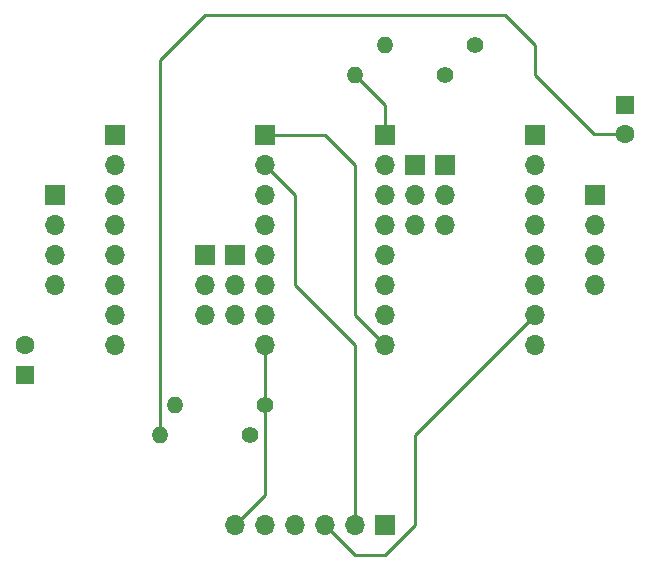
<source format=gbl>
G04 #@! TF.GenerationSoftware,KiCad,Pcbnew,(6.0.2)*
G04 #@! TF.CreationDate,2025-01-10T20:50:02+01:00*
G04 #@! TF.ProjectId,2motor,326d6f74-6f72-42e6-9b69-6361645f7063,rev?*
G04 #@! TF.SameCoordinates,Original*
G04 #@! TF.FileFunction,Copper,L2,Bot*
G04 #@! TF.FilePolarity,Positive*
%FSLAX46Y46*%
G04 Gerber Fmt 4.6, Leading zero omitted, Abs format (unit mm)*
G04 Created by KiCad (PCBNEW (6.0.2)) date 2025-01-10 20:50:02*
%MOMM*%
%LPD*%
G01*
G04 APERTURE LIST*
G04 #@! TA.AperFunction,ComponentPad*
%ADD10R,1.700000X1.700000*%
G04 #@! TD*
G04 #@! TA.AperFunction,ComponentPad*
%ADD11O,1.700000X1.700000*%
G04 #@! TD*
G04 #@! TA.AperFunction,ComponentPad*
%ADD12C,1.400000*%
G04 #@! TD*
G04 #@! TA.AperFunction,ComponentPad*
%ADD13O,1.400000X1.400000*%
G04 #@! TD*
G04 #@! TA.AperFunction,ComponentPad*
%ADD14R,1.600000X1.600000*%
G04 #@! TD*
G04 #@! TA.AperFunction,ComponentPad*
%ADD15C,1.600000*%
G04 #@! TD*
G04 #@! TA.AperFunction,Conductor*
%ADD16C,0.250000*%
G04 #@! TD*
G04 APERTURE END LIST*
D10*
X129540000Y-99060000D03*
D11*
X129540000Y-101600000D03*
X129540000Y-104140000D03*
X129540000Y-106680000D03*
X129540000Y-109220000D03*
X129540000Y-111760000D03*
X129540000Y-114300000D03*
X129540000Y-116840000D03*
D10*
X144780000Y-101600000D03*
D11*
X144780000Y-104140000D03*
X144780000Y-106680000D03*
D12*
X128270000Y-124460000D03*
D13*
X120650000Y-124460000D03*
D10*
X139700000Y-132080000D03*
D11*
X137160000Y-132080000D03*
X134620000Y-132080000D03*
X132080000Y-132080000D03*
X129540000Y-132080000D03*
X127000000Y-132080000D03*
D14*
X160020000Y-96520000D03*
D15*
X160020000Y-99020000D03*
D10*
X124460000Y-109220000D03*
D11*
X124460000Y-111760000D03*
X124460000Y-114300000D03*
D12*
X144780000Y-93980000D03*
D13*
X137160000Y-93980000D03*
D10*
X152400000Y-99060000D03*
D11*
X152400000Y-101600000D03*
X152400000Y-104140000D03*
X152400000Y-106680000D03*
X152400000Y-109220000D03*
X152400000Y-111760000D03*
X152400000Y-114300000D03*
X152400000Y-116840000D03*
D12*
X147320000Y-91440000D03*
D13*
X139700000Y-91440000D03*
D10*
X139700000Y-99060000D03*
D11*
X139700000Y-101600000D03*
X139700000Y-104140000D03*
X139700000Y-106680000D03*
X139700000Y-109220000D03*
X139700000Y-111760000D03*
X139700000Y-114300000D03*
X139700000Y-116840000D03*
D12*
X129540000Y-121920000D03*
D13*
X121920000Y-121920000D03*
D10*
X111760000Y-104140000D03*
D11*
X111760000Y-106680000D03*
X111760000Y-109220000D03*
X111760000Y-111760000D03*
D10*
X116840000Y-99060000D03*
D11*
X116840000Y-101600000D03*
X116840000Y-104140000D03*
X116840000Y-106680000D03*
X116840000Y-109220000D03*
X116840000Y-111760000D03*
X116840000Y-114300000D03*
X116840000Y-116840000D03*
D10*
X127000000Y-109220000D03*
D11*
X127000000Y-111760000D03*
X127000000Y-114300000D03*
D10*
X142240000Y-101600000D03*
D11*
X142240000Y-104140000D03*
X142240000Y-106680000D03*
D14*
X109220000Y-119380000D03*
D15*
X109220000Y-116880000D03*
D10*
X157480000Y-104140000D03*
D11*
X157480000Y-106680000D03*
X157480000Y-109220000D03*
X157480000Y-111760000D03*
D16*
X152400000Y-91440000D02*
X149860000Y-88900000D01*
X120650000Y-92710000D02*
X120650000Y-124460000D01*
X157440000Y-99020000D02*
X152400000Y-93980000D01*
X124460000Y-88900000D02*
X120650000Y-92710000D01*
X160020000Y-99020000D02*
X157440000Y-99020000D01*
X152400000Y-93980000D02*
X152400000Y-91440000D01*
X149860000Y-88900000D02*
X124460000Y-88900000D01*
X137160000Y-101600000D02*
X134620000Y-99060000D01*
X137160000Y-114300000D02*
X137160000Y-101600000D01*
X139700000Y-116840000D02*
X137160000Y-114300000D01*
X134620000Y-99060000D02*
X129540000Y-99060000D01*
X134620000Y-114300000D02*
X132080000Y-111760000D01*
X132080000Y-104140000D02*
X129540000Y-101600000D01*
X137160000Y-132080000D02*
X137160000Y-116840000D01*
X137160000Y-116840000D02*
X134620000Y-114300000D01*
X132080000Y-111760000D02*
X132080000Y-104140000D01*
X137160000Y-134620000D02*
X134620000Y-132080000D01*
X139700000Y-134620000D02*
X137160000Y-134620000D01*
X142240000Y-124460000D02*
X142240000Y-132080000D01*
X142240000Y-132080000D02*
X139700000Y-134620000D01*
X152400000Y-114300000D02*
X142240000Y-124460000D01*
X127000000Y-132080000D02*
X129540000Y-129540000D01*
X139700000Y-96520000D02*
X137160000Y-93980000D01*
X129540000Y-116840000D02*
X129540000Y-121920000D01*
X129540000Y-129540000D02*
X129540000Y-121920000D01*
X139700000Y-99060000D02*
X139700000Y-96520000D01*
M02*

</source>
